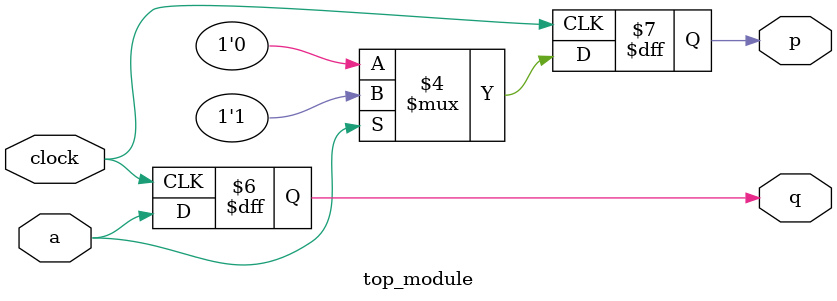
<source format=sv>
module top_module (
    input clock,
    input a,
    output reg p,
    output reg q
);

    always @(posedge clock) begin
        if (a) begin
            p <= 1;
        end else begin
            p <= 0;
        end
    end
    
    always @(negedge clock) begin
        q <= a;
    end
endmodule

</source>
